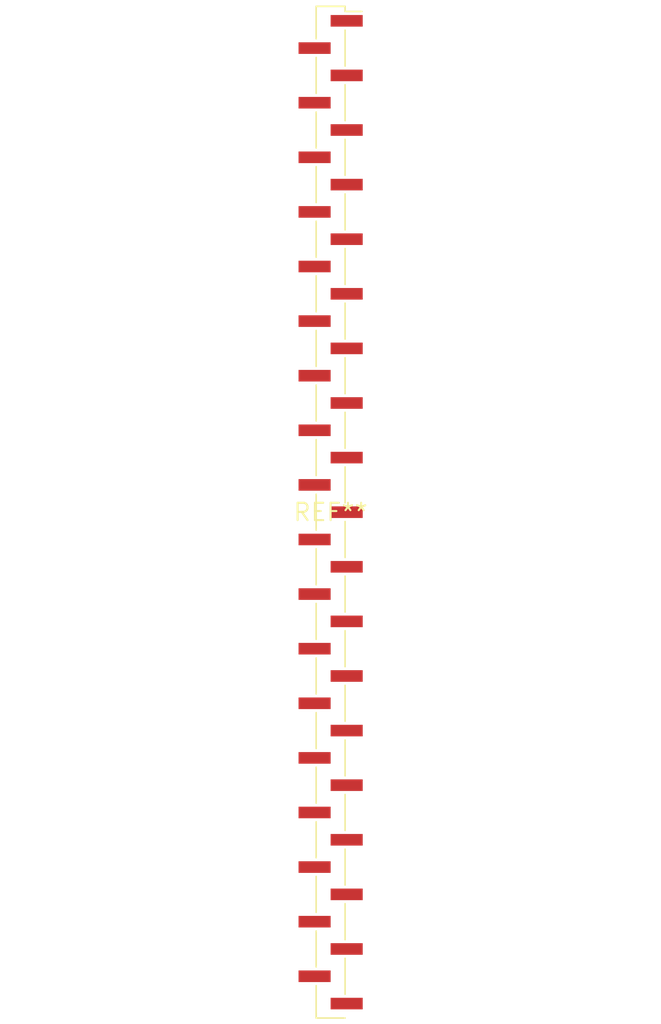
<source format=kicad_pcb>
(kicad_pcb (version 20240108) (generator pcbnew)
  (layers (0 "F.Cu" signal) (31 "B.Cu" signal) (34 "B.Paste" user) (35 "F.Paste" user) (36 "B.SilkS" user "B.Silkscreen") (37 "F.SilkS" user "F.Silkscreen") (38 "B.Mask" user) (39 "F.Mask" user) (44 "Edge.Cuts" user))
  (net 0 "")
  (footprint "PinHeader_1x37_P2.00mm_Vertical_SMD_Pin1Right" (layer "F.Cu") (at 0 0)
    (property "Reference" "REF**")
    (property "Value" "PinHeader_1x37_P2.00mm_Vertical_SMD_Pin1Right")
    (fp_line (start -1.06 -37.06) (end -1.06 -34.685) (layer "F.SilkS") (stroke (width 0.12)))
    (fp_line (start -1.06 -37.06) (end 1.06 -37.06) (layer "F.SilkS") (stroke (width 0.12)))
    (fp_line (start -1.06 -33.315) (end -1.06 -30.685) (layer "F.SilkS") (stroke (width 0.12)))
    (fp_line (start -1.06 -29.315) (end -1.06 -26.685) (layer "F.SilkS") (stroke (width 0.12)))
    (fp_line (start -1.06 -25.315) (end -1.06 -22.685) (layer "F.SilkS") (stroke (width 0.12)))
    (fp_line (start -1.06 -21.315) (end -1.06 -18.685) (layer "F.SilkS") (stroke (width 0.12)))
    (fp_line (start -1.06 -17.315) (end -1.06 -14.685) (layer "F.SilkS") (stroke (width 0.12)))
    (fp_line (start -1.06 -13.315) (end -1.06 -10.685) (layer "F.SilkS") (stroke (width 0.12)))
    (fp_line (start -1.06 -9.315) (end -1.06 -6.685) (layer "F.SilkS") (stroke (width 0.12)))
    (fp_line (start -1.06 -5.315) (end -1.06 -2.685) (layer "F.SilkS") (stroke (width 0.12)))
    (fp_line (start -1.06 -1.315) (end -1.06 1.315) (layer "F.SilkS") (stroke (width 0.12)))
    (fp_line (start -1.06 2.685) (end -1.06 5.315) (layer "F.SilkS") (stroke (width 0.12)))
    (fp_line (start -1.06 6.685) (end -1.06 9.315) (layer "F.SilkS") (stroke (width 0.12)))
    (fp_line (start -1.06 10.685) (end -1.06 13.315) (layer "F.SilkS") (stroke (width 0.12)))
    (fp_line (start -1.06 14.685) (end -1.06 17.315) (layer "F.SilkS") (stroke (width 0.12)))
    (fp_line (start -1.06 18.685) (end -1.06 21.315) (layer "F.SilkS") (stroke (width 0.12)))
    (fp_line (start -1.06 22.685) (end -1.06 25.315) (layer "F.SilkS") (stroke (width 0.12)))
    (fp_line (start -1.06 26.685) (end -1.06 29.315) (layer "F.SilkS") (stroke (width 0.12)))
    (fp_line (start -1.06 30.685) (end -1.06 33.315) (layer "F.SilkS") (stroke (width 0.12)))
    (fp_line (start -1.06 34.685) (end -1.06 37.06) (layer "F.SilkS") (stroke (width 0.12)))
    (fp_line (start -1.06 36.685) (end -1.06 37.06) (layer "F.SilkS") (stroke (width 0.12)))
    (fp_line (start -1.06 37.06) (end 1.06 37.06) (layer "F.SilkS") (stroke (width 0.12)))
    (fp_line (start 1.06 -37.06) (end 1.06 -36.685) (layer "F.SilkS") (stroke (width 0.12)))
    (fp_line (start 1.06 -36.685) (end 2.29 -36.685) (layer "F.SilkS") (stroke (width 0.12)))
    (fp_line (start 1.06 -35.315) (end 1.06 -32.685) (layer "F.SilkS") (stroke (width 0.12)))
    (fp_line (start 1.06 -31.315) (end 1.06 -28.685) (layer "F.SilkS") (stroke (width 0.12)))
    (fp_line (start 1.06 -27.315) (end 1.06 -24.685) (layer "F.SilkS") (stroke (width 0.12)))
    (fp_line (start 1.06 -23.315) (end 1.06 -20.685) (layer "F.SilkS") (stroke (width 0.12)))
    (fp_line (start 1.06 -19.315) (end 1.06 -16.685) (layer "F.SilkS") (stroke (width 0.12)))
    (fp_line (start 1.06 -15.315) (end 1.06 -12.685) (layer "F.SilkS") (stroke (width 0.12)))
    (fp_line (start 1.06 -11.315) (end 1.06 -8.685) (layer "F.SilkS") (stroke (width 0.12)))
    (fp_line (start 1.06 -7.315) (end 1.06 -4.685) (layer "F.SilkS") (stroke (width 0.12)))
    (fp_line (start 1.06 -3.315) (end 1.06 -0.685) (layer "F.SilkS") (stroke (width 0.12)))
    (fp_line (start 1.06 0.685) (end 1.06 3.315) (layer "F.SilkS") (stroke (width 0.12)))
    (fp_line (start 1.06 4.685) (end 1.06 7.315) (layer "F.SilkS") (stroke (width 0.12)))
    (fp_line (start 1.06 8.685) (end 1.06 11.315) (layer "F.SilkS") (stroke (width 0.12)))
    (fp_line (start 1.06 12.685) (end 1.06 15.315) (layer "F.SilkS") (stroke (width 0.12)))
    (fp_line (start 1.06 16.685) (end 1.06 19.315) (layer "F.SilkS") (stroke (width 0.12)))
    (fp_line (start 1.06 20.685) (end 1.06 23.315) (layer "F.SilkS") (stroke (width 0.12)))
    (fp_line (start 1.06 24.685) (end 1.06 27.315) (layer "F.SilkS") (stroke (width 0.12)))
    (fp_line (start 1.06 28.685) (end 1.06 31.315) (layer "F.SilkS") (stroke (width 0.12)))
    (fp_line (start 1.06 32.685) (end 1.06 35.315) (layer "F.SilkS") (stroke (width 0.12)))
    (pad "1" smd rect (at 1.175 -36) (size 2.35 0.85) (layers "F.Cu" "F.Paste" "F.Mask"))
    (pad "2" smd rect (at -1.175 -34) (size 2.35 0.85) (layers "F.Cu" "F.Paste" "F.Mask"))
    (pad "3" smd rect (at 1.175 -32) (size 2.35 0.85) (layers "F.Cu" "F.Paste" "F.Mask"))
    (pad "4" smd rect (at -1.175 -30) (size 2.35 0.85) (layers "F.Cu" "F.Paste" "F.Mask"))
    (pad "5" smd rect (at 1.175 -28) (size 2.35 0.85) (layers "F.Cu" "F.Paste" "F.Mask"))
    (pad "6" smd rect (at -1.175 -26) (size 2.35 0.85) (layers "F.Cu" "F.Paste" "F.Mask"))
    (pad "7" smd rect (at 1.175 -24) (size 2.35 0.85) (layers "F.Cu" "F.Paste" "F.Mask"))
    (pad "8" smd rect (at -1.175 -22) (size 2.35 0.85) (layers "F.Cu" "F.Paste" "F.Mask"))
    (pad "9" smd rect (at 1.175 -20) (size 2.35 0.85) (layers "F.Cu" "F.Paste" "F.Mask"))
    (pad "10" smd rect (at -1.175 -18) (size 2.35 0.85) (layers "F.Cu" "F.Paste" "F.Mask"))
    (pad "11" smd rect (at 1.175 -16) (size 2.35 0.85) (layers "F.Cu" "F.Paste" "F.Mask"))
    (pad "12" smd rect (at -1.175 -14) (size 2.35 0.85) (layers "F.Cu" "F.Paste" "F.Mask"))
    (pad "13" smd rect (at 1.175 -12) (size 2.35 0.85) (layers "F.Cu" "F.Paste" "F.Mask"))
    (pad "14" smd rect (at -1.175 -10) (size 2.35 0.85) (layers "F.Cu" "F.Paste" "F.Mask"))
    (pad "15" smd rect (at 1.175 -8) (size 2.35 0.85) (layers "F.Cu" "F.Paste" "F.Mask"))
    (pad "16" smd rect (at -1.175 -6) (size 2.35 0.85) (layers "F.Cu" "F.Paste" "F.Mask"))
    (pad "17" smd rect (at 1.175 -4) (size 2.35 0.85) (layers "F.Cu" "F.Paste" "F.Mask"))
    (pad "18" smd rect (at -1.175 -2) (size 2.35 0.85) (layers "F.Cu" "F.Paste" "F.Mask"))
    (pad "19" smd rect (at 1.175 0) (size 2.35 0.85) (layers "F.Cu" "F.Paste" "F.Mask"))
    (pad "20" smd rect (at -1.175 2) (size 2.35 0.85) (layers "F.Cu" "F.Paste" "F.Mask"))
    (pad "21" smd rect (at 1.175 4) (size 2.35 0.85) (layers "F.Cu" "F.Paste" "F.Mask"))
    (pad "22" smd rect (at -1.175 6) (size 2.35 0.85) (layers "F.Cu" "F.Paste" "F.Mask"))
    (pad "23" smd rect (at 1.175 8) (size 2.35 0.85) (layers "F.Cu" "F.Paste" "F.Mask"))
    (pad "24" smd rect (at -1.175 10) (size 2.35 0.85) (layers "F.Cu" "F.Paste" "F.Mask"))
    (pad "25" smd rect (at 1.175 12) (size 2.35 0.85) (layers "F.Cu" "F.Paste" "F.Mask"))
    (pad "26" smd rect (at -1.175 14) (size 2.35 0.85) (layers "F.Cu" "F.Paste" "F.Mask"))
    (pad "27" smd rect (at 1.175 16) (size 2.35 0.85) (layers "F.Cu" "F.Paste" "F.Mask"))
    (pad "28" smd rect (at -1.175 18) (size 2.35 0.85) (layers "F.Cu" "F.Paste" "F.Mask"))
    (pad "29" smd rect (at 1.175 20) (size 2.35 0.85) (layers "F.Cu" "F.Paste" "F.Mask"))
    (pad "30" smd rect (at -1.175 22) (size 2.35 0.85) (layers "F.Cu" "F.Paste" "F.Mask"))
    (pad "31" smd rect (at 1.175 24) (size 2.35 0.85) (layers "F.Cu" "F.Paste" "F.Mask"))
    (pad "32" smd rect (at -1.175 26) (size 2.35 0.85) (layers "F.Cu" "F.Paste" "F.Mask"))
    (pad "33" smd rect (at 1.175 28) (size 2.35 0.85) (layers "F.Cu" "F.Paste" "F.Mask"))
    (pad "34" smd rect (at -1.175 30) (size 2.35 0.85) (layers "F.Cu" "F.Paste" "F.Mask"))
    (pad "35" smd rect (at 1.175 32) (size 2.35 0.85) (layers "F.Cu" "F.Paste" "F.Mask"))
    (pad "36" smd rect (at -1.175 34) (size 2.35 0.85) (layers "F.Cu" "F.Paste" "F.Mask"))
    (pad "37" smd rect (at 1.175 36) (size 2.35 0.85) (layers "F.Cu" "F.Paste" "F.Mask"))
  )
)
</source>
